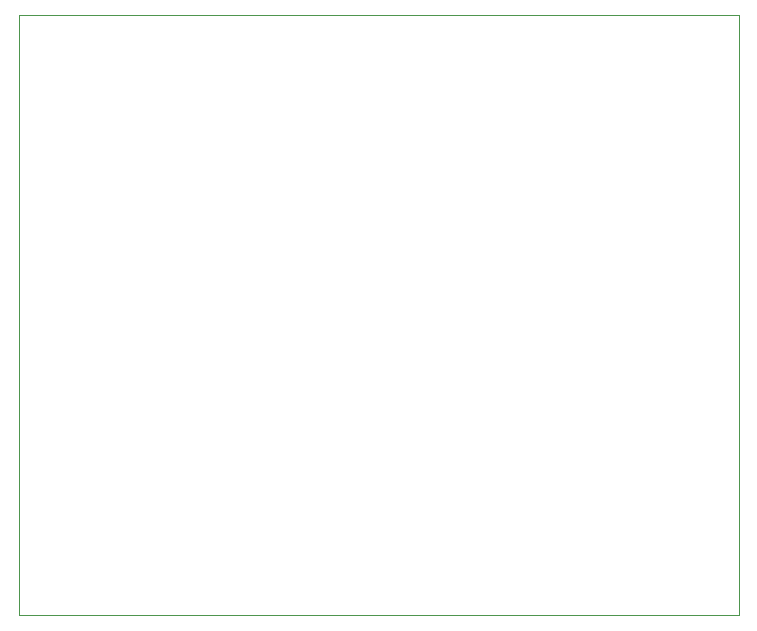
<source format=gm1>
G04 #@! TF.GenerationSoftware,KiCad,Pcbnew,(6.0.2)*
G04 #@! TF.CreationDate,2025-01-10T20:50:02+01:00*
G04 #@! TF.ProjectId,2motor,326d6f74-6f72-42e6-9b69-6361645f7063,rev?*
G04 #@! TF.SameCoordinates,Original*
G04 #@! TF.FileFunction,Profile,NP*
%FSLAX46Y46*%
G04 Gerber Fmt 4.6, Leading zero omitted, Abs format (unit mm)*
G04 Created by KiCad (PCBNEW (6.0.2)) date 2025-01-10 20:50:02*
%MOMM*%
%LPD*%
G01*
G04 APERTURE LIST*
G04 #@! TA.AperFunction,Profile*
%ADD10C,0.100000*%
G04 #@! TD*
G04 APERTURE END LIST*
D10*
X165100000Y-86360000D02*
X104140000Y-86360000D01*
X104140000Y-86360000D02*
X104140000Y-137160000D01*
X104140000Y-137160000D02*
X165100000Y-137160000D01*
X165100000Y-137160000D02*
X165100000Y-86360000D01*
M02*

</source>
